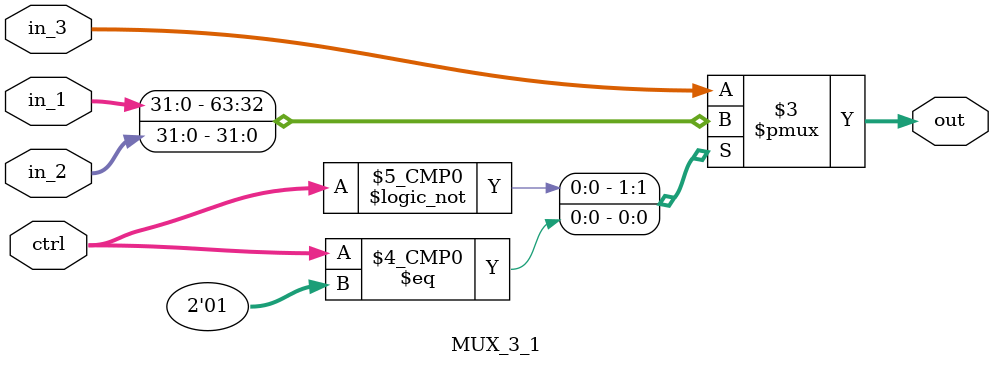
<source format=sv>
module MUX_3_1(
	input [31:0] in_1,
	input [31:0] in_2,
	input [31:0] in_3,
	input [1:0] ctrl,
	output reg [31:0] out
);

always_comb begin
	case(ctrl)
		2'b00:	out = in_1;
		2'b01:  out = in_2;
		default:out = in_3; //PC_4
	endcase
end

endmodule
</source>
